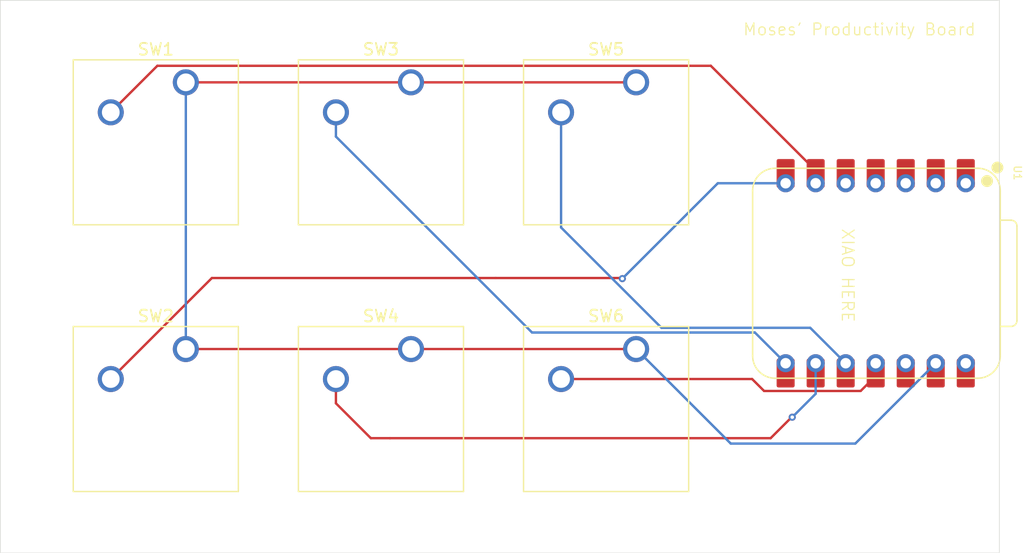
<source format=kicad_pcb>
(kicad_pcb (version 20241229) (generator "pcbnew") (generator_version "9.0")
  (layers (0 "F.Cu" signal) (2 "B.Cu" signal) (13 "F.Paste" user) (15 "B.Paste" user) (5 "F.SilkS" user "F.Silkscreen") (7 "B.SilkS" user "B.Silkscreen") (1 "F.Mask" user) (3 "B.Mask" user) (25 "Edge.Cuts" user))
  (net 0 "")
  (net 1 "Net-(U1-GPIO7{slash}SCL)")
  (net 2 "GND")
  (net 3 "Net-(U1-GPIO0{slash}TX)")
  (net 4 "Net-(U1-GPIO1{slash}RX)")
  (net 5 "Net-(U1-GPIO2{slash}SCK)")
  (net 6 "Net-(U1-GPIO4{slash}MISO)")
  (net 7 "Net-(U1-GPIO3{slash}MOSI)")
  (net 13 "+5V")
  (footprint "OPL:XIAO-RP2040-DIP" (layer "F.Cu") (at 137.1092 73 -90)
    (property "Reference" "U1" (at -8.5 -12 270) (layer "F.SilkS") (effects (font (size 0.635 0.635) (thickness 0.1016))))
    (property "Value" "XIAO-RP2040-DIP")
    (fp_line (start -6.985 10.414) (end 6.985 10.414) (stroke (width 0.127)) (layer "F.SilkS"))
    (fp_line (start -8.89 8.509) (end -8.89 -8.636) (stroke (width 0.127)) (layer "F.SilkS"))
    (fp_line (start 8.89 8.509) (end 8.89 -8.636) (stroke (width 0.127)) (layer "F.SilkS"))
    (fp_line (start -4.495 -10.541) (end -4.491272 -11.451272) (stroke (width 0.127)) (layer "F.SilkS"))
    (fp_line (start 6.985 -10.541) (end -6.985 -10.541) (stroke (width 0.1)) (layer "F.SilkS"))
    (fp_line (start 6.985 -10.541) (end -6.985 -10.541) (stroke (width 0.127)) (layer "F.SilkS"))
    (fp_line (start 4.504 -11.451) (end 4.504 -10.541) (stroke (width 0.127)) (layer "F.SilkS"))
    (fp_line (start -3.991272 -11.951) (end 4.004 -11.951) (stroke (width 0.127)) (layer "F.SilkS"))
    (fp_arc (start -6.985 10.414) (mid -8.332038 9.856038) (end -8.89 8.509) (stroke (width 0.127)) (layer "F.SilkS"))
    (fp_arc (start 8.89 8.509) (mid 8.332038 9.856038) (end 6.985 10.414) (stroke (width 0.127)) (layer "F.SilkS"))
    (fp_arc (start -8.89 -8.636) (mid -8.332038 -9.983038) (end -6.985 -10.541) (stroke (width 0.127)) (layer "F.SilkS"))
    (fp_arc (start 6.985 -10.541) (mid 8.332038 -9.983038) (end 8.89 -8.636) (stroke (width 0.127)) (layer "F.SilkS"))
    (fp_arc (start -4.491272 -11.451272) (mid -4.344728 -11.80464) (end -3.991272 -11.951) (stroke (width 0.127)) (layer "F.SilkS"))
    (fp_arc (start 4.004 -11.951) (mid 4.357553 -11.804553) (end 4.504 -11.451) (stroke (width 0.127)) (layer "F.SilkS"))
    (fp_circle (center -7.807 -9.42) (end -7.807 -9.674) (stroke (width 0.5)) (fill yes) (layer "F.SilkS"))
    (fp_circle (center -8.95 -10.3) (end -8.95 -10.554) (stroke (width 0.5)) (fill yes) (layer "F.SilkS"))
    (pad "1" smd roundrect (at -8.455 -7.62 90) (size 2.432 1.524) (layers "F.Cu" "F.Mask") (roundrect_rratio 0.1))
    (pad "1" thru_hole circle (at -7.62 -7.62 90) (size 1.524 1.524) (drill 0.889) (layers "*.Cu" "*.Mask"))
    (pad "2" smd roundrect (at -8.455 -5.08 90) (size 2.432 1.524) (layers "F.Cu" "F.Mask") (roundrect_rratio 0.1))
    (pad "2" thru_hole circle (at -7.62 -5.08 90) (size 1.524 1.524) (drill 0.889) (layers "*.Cu" "*.Mask"))
    (pad "3" smd roundrect (at -8.455 -2.54 90) (size 2.432 1.524) (layers "F.Cu" "F.Mask") (roundrect_rratio 0.1))
    (pad "3" thru_hole circle (at -7.62 -2.54 90) (size 1.524 1.524) (drill 0.889) (layers "*.Cu" "*.Mask"))
    (pad "4" smd roundrect (at -8.455 0 90) (size 2.432 1.524) (layers "F.Cu" "F.Mask") (roundrect_rratio 0.1))
    (pad "4" thru_hole circle (at -7.62 0 90) (size 1.524 1.524) (drill 0.889) (layers "*.Cu" "*.Mask"))
    (pad "5" smd roundrect (at -8.455 2.54 90) (size 2.432 1.524) (layers "F.Cu" "F.Mask") (roundrect_rratio 0.1))
    (pad "5" thru_hole circle (at -7.62 2.54 90) (size 1.524 1.524) (drill 0.889) (layers "*.Cu" "*.Mask"))
    (pad "6" smd roundrect (at -8.455 5.08 90) (size 2.432 1.524) (layers "F.Cu" "F.Mask") (roundrect_rratio 0.1) (net 1 "Net-(U1-GPIO7{slash}SCL)"))
    (pad "6" thru_hole circle (at -7.62 5.08 90) (size 1.524 1.524) (drill 0.889) (layers "*.Cu" "*.Mask") (net 1 "Net-(U1-GPIO7{slash}SCL)"))
    (pad "7" smd roundrect (at -8.455 7.62 90) (size 2.432 1.524) (layers "F.Cu" "F.Mask") (roundrect_rratio 0.1) (net 3 "Net-(U1-GPIO0{slash}TX)"))
    (pad "7" thru_hole circle (at -7.62 7.62 90) (size 1.524 1.524) (drill 0.889) (layers "*.Cu" "*.Mask") (net 3 "Net-(U1-GPIO0{slash}TX)"))
    (pad "8" thru_hole circle (at 7.62 7.62 270) (size 1.524 1.524) (drill 0.889) (layers "*.Cu" "*.Mask") (net 4 "Net-(U1-GPIO1{slash}RX)"))
    (pad "8" smd roundrect (at 8.455 7.62 270) (size 2.432 1.524) (layers "F.Cu" "F.Mask") (roundrect_rratio 0.1) (net 4 "Net-(U1-GPIO1{slash}RX)"))
    (pad "9" thru_hole circle (at 7.62 5.08 270) (size 1.524 1.524) (drill 0.889) (layers "*.Cu" "*.Mask") (net 5 "Net-(U1-GPIO2{slash}SCK)"))
    (pad "9" smd roundrect (at 8.455 5.08 270) (size 2.432 1.524) (layers "F.Cu" "F.Mask") (roundrect_rratio 0.1) (net 5 "Net-(U1-GPIO2{slash}SCK)"))
    (pad "10" thru_hole circle (at 7.62 2.54 270) (size 1.524 1.524) (drill 0.889) (layers "*.Cu" "*.Mask") (net 6 "Net-(U1-GPIO4{slash}MISO)"))
    (pad "10" smd roundrect (at 8.455 2.54 270) (size 2.432 1.524) (layers "F.Cu" "F.Mask") (roundrect_rratio 0.1) (net 6 "Net-(U1-GPIO4{slash}MISO)"))
    (pad "11" thru_hole circle (at 7.62 0 270) (size 1.524 1.524) (drill 0.889) (layers "*.Cu" "*.Mask") (net 7 "Net-(U1-GPIO3{slash}MOSI)"))
    (pad "11" smd roundrect (at 8.455 0 270) (size 2.432 1.524) (layers "F.Cu" "F.Mask") (roundrect_rratio 0.1) (net 7 "Net-(U1-GPIO3{slash}MOSI)"))
    (pad "12" thru_hole circle (at 7.62 -2.54 270) (size 1.524 1.524) (drill 0.889) (layers "*.Cu" "*.Mask"))
    (pad "12" smd roundrect (at 8.455 -2.54 270) (size 2.432 1.524) (layers "F.Cu" "F.Mask") (roundrect_rratio 0.1))
    (pad "13" thru_hole circle (at 7.62 -5.08 270) (size 1.524 1.524) (drill 0.889) (layers "*.Cu" "*.Mask") (net 2 "GND"))
    (pad "13" smd roundrect (at 8.455 -5.08 270) (size 2.432 1.524) (layers "F.Cu" "F.Mask") (roundrect_rratio 0.1) (net 2 "GND"))
    (pad "14" thru_hole circle (at 7.62 -7.62 270) (size 1.524 1.524) (drill 0.889) (layers "*.Cu" "*.Mask") (net 13 "+5V"))
    (pad "14" smd roundrect (at 8.455 -7.62 270) (size 2.432 1.524) (layers "F.Cu" "F.Mask") (roundrect_rratio 0.1) (net 13 "+5V"))
  )
  (footprint "Button_Switch_Keyboard:SW_Cherry_MX_1.00u_PCB" (layer "F.Cu") (at 78.74 79.42)
    (property "Reference" "SW2" (at -2.54 -2.794 0) (layer "F.SilkS"))
    (property "Value" "SW_Push")
    (fp_line (start -9.525 -1.905) (end 4.445 -1.905) (stroke (width 0.12)) (layer "F.SilkS"))
    (fp_line (start -9.525 12.065) (end -9.525 -1.905) (stroke (width 0.12)) (layer "F.SilkS"))
    (fp_line (start 4.445 -1.905) (end 4.445 12.065) (stroke (width 0.12)) (layer "F.SilkS"))
    (fp_line (start 4.445 12.065) (end -9.525 12.065) (stroke (width 0.12)) (layer "F.SilkS"))
    (pad "" np_thru_hole circle (at -7.62 5.08) (size 1.7 1.7) (drill 1.7) (layers "*.Cu" "*.Mask"))
    (pad "" np_thru_hole circle (at -2.54 5.08) (size 4 4) (drill 4) (layers "*.Cu" "*.Mask"))
    (pad "" np_thru_hole circle (at 2.54 5.08) (size 1.7 1.7) (drill 1.7) (layers "*.Cu" "*.Mask"))
    (pad "1" thru_hole circle (at 0 0) (size 2.2 2.2) (drill 1.5) (layers "*.Cu" "*.Mask") (net 2 "GND"))
    (pad "2" thru_hole circle (at -6.35 2.54) (size 2.2 2.2) (drill 1.5) (layers "*.Cu" "*.Mask") (net 3 "Net-(U1-GPIO0{slash}TX)"))
  )
  (footprint "Button_Switch_Keyboard:SW_Cherry_MX_1.00u_PCB" (layer "F.Cu") (at 116.84 56.8325)
    (property "Reference" "SW5" (at -2.54 -2.794 0) (layer "F.SilkS"))
    (property "Value" "SW_Push")
    (fp_line (start -9.525 -1.905) (end 4.445 -1.905) (stroke (width 0.12)) (layer "F.SilkS"))
    (fp_line (start -9.525 12.065) (end -9.525 -1.905) (stroke (width 0.12)) (layer "F.SilkS"))
    (fp_line (start 4.445 -1.905) (end 4.445 12.065) (stroke (width 0.12)) (layer "F.SilkS"))
    (fp_line (start 4.445 12.065) (end -9.525 12.065) (stroke (width 0.12)) (layer "F.SilkS"))
    (pad "" np_thru_hole circle (at -7.62 5.08) (size 1.7 1.7) (drill 1.7) (layers "*.Cu" "*.Mask"))
    (pad "" np_thru_hole circle (at -2.54 5.08) (size 4 4) (drill 4) (layers "*.Cu" "*.Mask"))
    (pad "" np_thru_hole circle (at 2.54 5.08) (size 1.7 1.7) (drill 1.7) (layers "*.Cu" "*.Mask"))
    (pad "1" thru_hole circle (at 0 0) (size 2.2 2.2) (drill 1.5) (layers "*.Cu" "*.Mask") (net 2 "GND"))
    (pad "2" thru_hole circle (at -6.35 2.54) (size 2.2 2.2) (drill 1.5) (layers "*.Cu" "*.Mask") (net 6 "Net-(U1-GPIO4{slash}MISO)"))
  )
  (footprint "Button_Switch_Keyboard:SW_Cherry_MX_1.00u_PCB" (layer "F.Cu") (at 97.79 79.42)
    (property "Reference" "SW4" (at -2.54 -2.794 0) (layer "F.SilkS"))
    (property "Value" "SW_Push")
    (fp_line (start -9.525 -1.905) (end 4.445 -1.905) (stroke (width 0.12)) (layer "F.SilkS"))
    (fp_line (start -9.525 12.065) (end -9.525 -1.905) (stroke (width 0.12)) (layer "F.SilkS"))
    (fp_line (start 4.445 -1.905) (end 4.445 12.065) (stroke (width 0.12)) (layer "F.SilkS"))
    (fp_line (start 4.445 12.065) (end -9.525 12.065) (stroke (width 0.12)) (layer "F.SilkS"))
    (pad "" np_thru_hole circle (at -7.62 5.08) (size 1.7 1.7) (drill 1.7) (layers "*.Cu" "*.Mask"))
    (pad "" np_thru_hole circle (at -2.54 5.08) (size 4 4) (drill 4) (layers "*.Cu" "*.Mask"))
    (pad "" np_thru_hole circle (at 2.54 5.08) (size 1.7 1.7) (drill 1.7) (layers "*.Cu" "*.Mask"))
    (pad "1" thru_hole circle (at 0 0) (size 2.2 2.2) (drill 1.5) (layers "*.Cu" "*.Mask") (net 2 "GND"))
    (pad "2" thru_hole circle (at -6.35 2.54) (size 2.2 2.2) (drill 1.5) (layers "*.Cu" "*.Mask") (net 5 "Net-(U1-GPIO2{slash}SCK)"))
  )
  (footprint "Button_Switch_Keyboard:SW_Cherry_MX_1.00u_PCB" (layer "F.Cu") (at 97.79 56.8325)
    (property "Reference" "SW3" (at -2.54 -2.794 0) (layer "F.SilkS"))
    (property "Value" "SW_Push")
    (fp_line (start -9.525 -1.905) (end 4.445 -1.905) (stroke (width 0.12)) (layer "F.SilkS"))
    (fp_line (start -9.525 12.065) (end -9.525 -1.905) (stroke (width 0.12)) (layer "F.SilkS"))
    (fp_line (start 4.445 -1.905) (end 4.445 12.065) (stroke (width 0.12)) (layer "F.SilkS"))
    (fp_line (start 4.445 12.065) (end -9.525 12.065) (stroke (width 0.12)) (layer "F.SilkS"))
    (pad "" np_thru_hole circle (at -7.62 5.08) (size 1.7 1.7) (drill 1.7) (layers "*.Cu" "*.Mask"))
    (pad "" np_thru_hole circle (at -2.54 5.08) (size 4 4) (drill 4) (layers "*.Cu" "*.Mask"))
    (pad "" np_thru_hole circle (at 2.54 5.08) (size 1.7 1.7) (drill 1.7) (layers "*.Cu" "*.Mask"))
    (pad "1" thru_hole circle (at 0 0) (size 2.2 2.2) (drill 1.5) (layers "*.Cu" "*.Mask") (net 2 "GND"))
    (pad "2" thru_hole circle (at -6.35 2.54) (size 2.2 2.2) (drill 1.5) (layers "*.Cu" "*.Mask") (net 4 "Net-(U1-GPIO1{slash}RX)"))
  )
  (footprint "Button_Switch_Keyboard:SW_Cherry_MX_1.00u_PCB" (layer "F.Cu") (at 116.84 79.42)
    (property "Reference" "SW6" (at -2.54 -2.794 0) (layer "F.SilkS"))
    (property "Value" "SW_Push")
    (fp_line (start -9.525 -1.905) (end 4.445 -1.905) (stroke (width 0.12)) (layer "F.SilkS"))
    (fp_line (start -9.525 12.065) (end -9.525 -1.905) (stroke (width 0.12)) (layer "F.SilkS"))
    (fp_line (start 4.445 -1.905) (end 4.445 12.065) (stroke (width 0.12)) (layer "F.SilkS"))
    (fp_line (start 4.445 12.065) (end -9.525 12.065) (stroke (width 0.12)) (layer "F.SilkS"))
    (pad "" np_thru_hole circle (at -7.62 5.08) (size 1.7 1.7) (drill 1.7) (layers "*.Cu" "*.Mask"))
    (pad "" np_thru_hole circle (at -2.54 5.08) (size 4 4) (drill 4) (layers "*.Cu" "*.Mask"))
    (pad "" np_thru_hole circle (at 2.54 5.08) (size 1.7 1.7) (drill 1.7) (layers "*.Cu" "*.Mask"))
    (pad "1" thru_hole circle (at 0 0) (size 2.2 2.2) (drill 1.5) (layers "*.Cu" "*.Mask") (net 2 "GND"))
    (pad "2" thru_hole circle (at -6.35 2.54) (size 2.2 2.2) (drill 1.5) (layers "*.Cu" "*.Mask") (net 7 "Net-(U1-GPIO3{slash}MOSI)"))
  )
  (footprint "Button_Switch_Keyboard:SW_Cherry_MX_1.00u_PCB" (layer "F.Cu") (at 78.74 56.8325)
    (property "Reference" "SW1" (at -2.54 -2.794 0) (layer "F.SilkS"))
    (property "Value" "SW_Push")
    (fp_line (start -9.525 -1.905) (end 4.445 -1.905) (stroke (width 0.12)) (layer "F.SilkS"))
    (fp_line (start -9.525 12.065) (end -9.525 -1.905) (stroke (width 0.12)) (layer "F.SilkS"))
    (fp_line (start 4.445 -1.905) (end 4.445 12.065) (stroke (width 0.12)) (layer "F.SilkS"))
    (fp_line (start 4.445 12.065) (end -9.525 12.065) (stroke (width 0.12)) (layer "F.SilkS"))
    (pad "" np_thru_hole circle (at -7.62 5.08) (size 1.7 1.7) (drill 1.7) (layers "*.Cu" "*.Mask"))
    (pad "" np_thru_hole circle (at -2.54 5.08) (size 4 4) (drill 4) (layers "*.Cu" "*.Mask"))
    (pad "" np_thru_hole circle (at 2.54 5.08) (size 1.7 1.7) (drill 1.7) (layers "*.Cu" "*.Mask"))
    (pad "1" thru_hole circle (at 0 0) (size 2.2 2.2) (drill 1.5) (layers "*.Cu" "*.Mask") (net 2 "GND"))
    (pad "2" thru_hole circle (at -6.35 2.54) (size 2.2 2.2) (drill 1.5) (layers "*.Cu" "*.Mask") (net 1 "Net-(U1-GPIO7{slash}SCL)"))
  )
  (gr_rect (start 63.0428 49.8856) (end 147.574 96.6724) (stroke (width 0.05)) (fill no) (layer "Edge.Cuts"))
  (gr_text "XIAO HERE" (at 134.1628 69.1388 270) (layer "F.SilkS") (effects (font (size 1 1) (thickness 0.1)) (justify left bottom)))
  (gr_text "Moses' Productivity Board" (at 125.8316 52.9336 0) (layer "F.SilkS") (effects (font (size 1 1) (thickness 0.1)) (justify left bottom)))
  (segment (start 72.39 59.3725) (end 76.331 55.4315) (width 0.2) (layer "F.Cu") (net 1))
  (segment (start 132.0292 64.30237) (end 132.0292 65.38) (width 0.2) (layer "F.Cu") (net 1))
  (segment (start 76.331 55.4315) (end 123.15833 55.4315) (width 0.2) (layer "F.Cu") (net 1))
  (segment (start 123.15833 55.4315) (end 132.0292 64.30237) (width 0.2) (layer "F.Cu") (net 1))
  (segment (start 78.74 79.42) (end 78.74 79.4004) (width 0.2) (layer "F.Cu") (net 2))
  (segment (start 78.74 56.8325) (end 97.79 56.8325) (width 0.2) (layer "F.Cu") (net 2))
  (segment (start 116.84 79.42) (end 97.79 79.42) (width 0.2) (layer "F.Cu") (net 2))
  (segment (start 97.79 56.8325) (end 116.84 56.8325) (width 0.2) (layer "F.Cu") (net 2))
  (segment (start 97.79 79.42) (end 78.74 79.42) (width 0.2) (layer "F.Cu") (net 2))
  (segment (start 78.74 79.4004) (end 79.4004 78.74) (width 0.2) (layer "F.Cu") (net 2))
  (segment (start 124.8468 87.4268) (end 135.3824 87.4268) (width 0.2) (layer "B.Cu") (net 2))
  (segment (start 116.84 79.42) (end 124.8468 87.4268) (width 0.2) (layer "B.Cu") (net 2))
  (segment (start 135.3824 87.4268) (end 142.1892 80.62) (width 0.2) (layer "B.Cu") (net 2))
  (segment (start 78.74 79.42) (end 78.74 56.8325) (width 0.2) (layer "B.Cu") (net 2))
  (segment (start 72.39 81.96) (end 80.944 73.406) (width 0.2) (layer "F.Cu") (net 3))
  (segment (start 104.9528 73.406) (end 115.6208 73.406) (width 0.2) (layer "F.Cu") (net 3))
  (segment (start 115.6208 73.406) (end 115.6716 73.4568) (width 0.2) (layer "F.Cu") (net 3))
  (segment (start 80.944 73.406) (end 104.9528 73.406) (width 0.2) (layer "F.Cu") (net 3))
  (via (at 115.6716 73.4568) (size 0.6) (drill 0.3) (layers "F.Cu" "B.Cu") (net 3))
  (segment (start 115.6716 73.4568) (end 123.7484 65.38) (width 0.2) (layer "B.Cu") (net 3))
  (segment (start 123.7484 65.38) (end 129.4892 65.38) (width 0.2) (layer "B.Cu") (net 3))
  (segment (start 108.031684 78.019) (end 126.8882 78.019) (width 0.2) (layer "B.Cu") (net 4))
  (segment (start 91.44 61.427316) (end 108.031684 78.019) (width 0.2) (layer "B.Cu") (net 4))
  (segment (start 91.44 59.3725) (end 91.44 61.427316) (width 0.2) (layer "B.Cu") (net 4))
  (segment (start 126.8882 78.019) (end 129.4892 80.62) (width 0.2) (layer "B.Cu") (net 4))
  (segment (start 91.44 84.014816) (end 94.394784 86.9696) (width 0.2) (layer "F.Cu") (net 5))
  (segment (start 128.2192 86.9696) (end 129.9972 85.1916) (width 0.2) (layer "F.Cu") (net 5))
  (segment (start 96.012 86.9696) (end 128.2192 86.9696) (width 0.2) (layer "F.Cu") (net 5))
  (segment (start 94.394784 86.9696) (end 96.012 86.9696) (width 0.2) (layer "F.Cu") (net 5))
  (segment (start 129.9972 85.1916) (end 130.048 85.1916) (width 0.2) (layer "F.Cu") (net 5))
  (segment (start 91.44 81.96) (end 91.44 84.014816) (width 0.2) (layer "F.Cu") (net 5))
  (via (at 130.048 85.1916) (size 0.6) (drill 0.3) (layers "F.Cu" "B.Cu") (net 5))
  (segment (start 132.0292 83.2104) (end 132.0292 80.62) (width 0.2) (layer "B.Cu") (net 5))
  (segment (start 130.048 85.1916) (end 132.0292 83.2104) (width 0.2) (layer "B.Cu") (net 5))
  (segment (start 110.49 59.3725) (end 110.49 59.3344) (width 0.2) (layer "F.Cu") (net 6))
  (segment (start 110.49 59.3344) (end 110.4392 59.2836) (width 0.2) (layer "F.Cu") (net 6))
  (segment (start 118.982857 77.618) (end 131.5672 77.618) (width 0.2) (layer "B.Cu") (net 6))
  (segment (start 131.5672 77.618) (end 134.5692 80.62) (width 0.2) (layer "B.Cu") (net 6))
  (segment (start 110.49 59.3725) (end 110.49 69.125143) (width 0.2) (layer "B.Cu") (net 6))
  (segment (start 110.49 69.125143) (end 118.982857 77.618) (width 0.2) (layer "B.Cu") (net 6))
  (segment (start 135.83483 82.972) (end 137.1092 81.69763) (width 0.2) (layer "F.Cu") (net 7))
  (segment (start 127.6677 82.972) (end 135.83483 82.972) (width 0.2) (layer "F.Cu") (net 7))
  (segment (start 110.49 81.96) (end 126.6557 81.96) (width 0.2) (layer "F.Cu") (net 7))
  (segment (start 137.1092 81.69763) (end 137.1092 80.62) (width 0.2) (layer "F.Cu") (net 7))
  (segment (start 126.6557 81.96) (end 127.6677 82.972) (width 0.2) (layer "F.Cu") (net 7))
)
</source>
